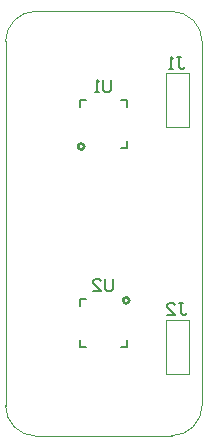
<source format=gbo>
G04 Layer_Color=32896*
%FSLAX24Y24*%
%MOIN*%
G70*
G01*
G75*
%ADD10C,0.0100*%
%ADD15C,0.0040*%
%ADD23C,0.0060*%
D10*
X4120Y4510D02*
G03*
X4120Y4510I-100J0D01*
G01*
X2620Y9640D02*
G03*
X2620Y9640I-100J0D01*
G01*
D15*
X5355Y3872D02*
X6105D01*
X5355Y2072D02*
Y3872D01*
Y2072D02*
X6105D01*
Y3872D01*
X5355Y12078D02*
X6105D01*
X5355Y10278D02*
Y12078D01*
Y10278D02*
X6105D01*
Y12078D01*
X288Y13845D02*
G03*
X0Y13150I695J-695D01*
G01*
X1012Y14150D02*
G03*
X296Y13854I0J-1012D01*
G01*
X6262Y13845D02*
G03*
X5527Y14150I-735J-735D01*
G01*
X6550Y13150D02*
G03*
X6262Y13845I-984J0D01*
G01*
X6254Y296D02*
G03*
X6550Y1012I-715J715D01*
G01*
X5538Y0D02*
G03*
X6254Y296I0J1012D01*
G01*
X301Y285D02*
G03*
X990Y0I689J689D01*
G01*
X0Y1001D02*
G03*
X293Y293I1001J0D01*
G01*
X0Y2060D02*
Y13150D01*
X288Y13845D02*
X296Y13854D01*
X1012Y14150D02*
X5527D01*
X6550Y1012D02*
Y13150D01*
X990Y0D02*
X5538D01*
X293Y293D02*
X301Y285D01*
X0Y1001D02*
Y2060D01*
D23*
X2480Y4340D02*
Y4550D01*
Y2970D02*
X2690D01*
X4060D02*
Y3180D01*
X3850Y2970D02*
X4060D01*
X2480D02*
Y3180D01*
Y4550D02*
X2690D01*
X4060Y9600D02*
Y9810D01*
X3850Y11180D02*
X4060D01*
X2480Y10970D02*
Y11180D01*
X2690D01*
X4060Y10970D02*
Y11180D01*
X3850Y9600D02*
X4060D01*
X5790Y4440D02*
X5923D01*
X5857D01*
Y4107D01*
X5923Y4040D01*
X5990D01*
X6057Y4107D01*
X5390Y4040D02*
X5657D01*
X5390Y4307D01*
Y4373D01*
X5457Y4440D01*
X5590D01*
X5657Y4373D01*
X5723Y12640D02*
X5857D01*
X5790D01*
Y12307D01*
X5857Y12240D01*
X5923D01*
X5990Y12307D01*
X5590Y12240D02*
X5457D01*
X5523D01*
Y12640D01*
X5590Y12573D01*
X3520Y11850D02*
Y11517D01*
X3453Y11450D01*
X3320D01*
X3253Y11517D01*
Y11850D01*
X3120Y11450D02*
X2987D01*
X3053D01*
Y11850D01*
X3120Y11783D01*
X3590Y5230D02*
Y4897D01*
X3523Y4830D01*
X3390D01*
X3323Y4897D01*
Y5230D01*
X2924Y4830D02*
X3190D01*
X2924Y5097D01*
Y5163D01*
X2990Y5230D01*
X3123D01*
X3190Y5163D01*
M02*

</source>
